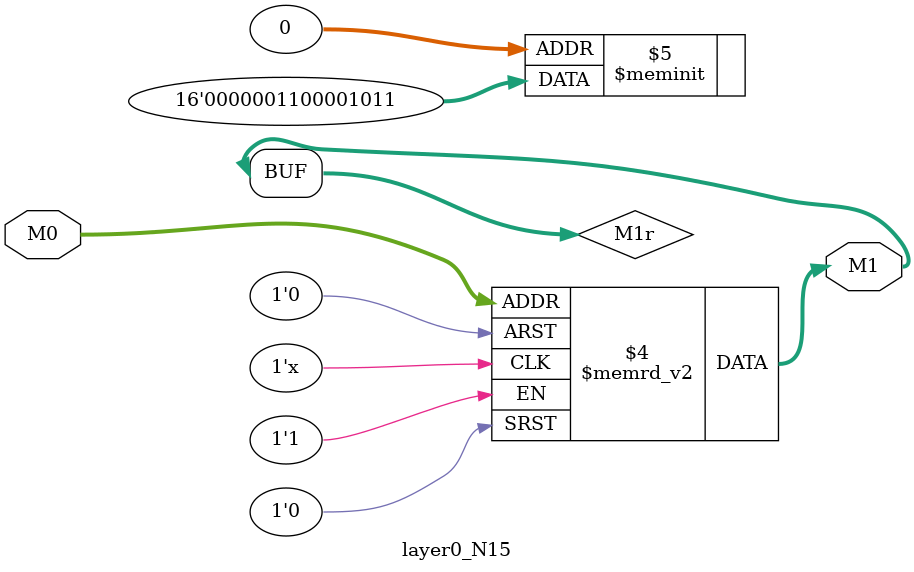
<source format=v>
module layer0_N15 ( input [2:0] M0, output [1:0] M1 );

	(*rom_style = "distributed" *) reg [1:0] M1r;
	assign M1 = M1r;
	always @ (M0) begin
		case (M0)
			3'b000: M1r = 2'b11;
			3'b100: M1r = 2'b11;
			3'b010: M1r = 2'b00;
			3'b110: M1r = 2'b00;
			3'b001: M1r = 2'b10;
			3'b101: M1r = 2'b00;
			3'b011: M1r = 2'b00;
			3'b111: M1r = 2'b00;

		endcase
	end
endmodule

</source>
